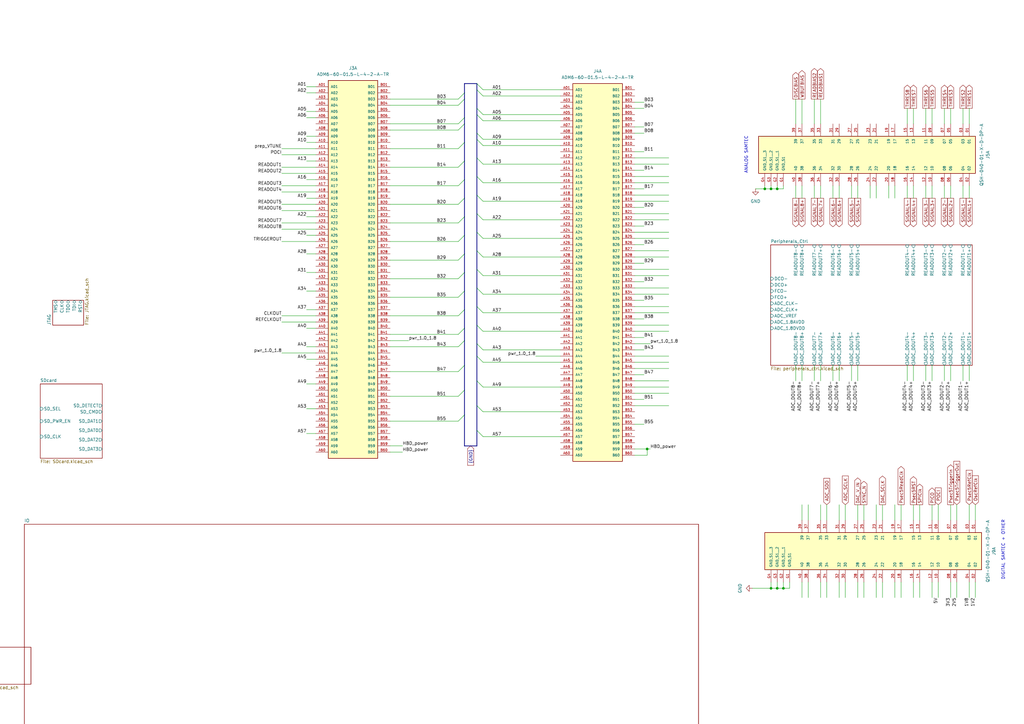
<source format=kicad_sch>
(kicad_sch (version 20231120) (generator "eeschema") (generator_version "8.0")
  (paper "A3")
  (bus_alias "" (members))
  (bus_alias "GND" (members "B60" "B55" "B51" "B47" "B43" "B42" "B41" "B38" "B35" "B32" "B29" "B26" "B23" "B20" "B17" "B14" "B11" "B08" "B07" "B04" "B03" "A57" "A53" "A49" "A45" "A43" "A40" "A37" "A34" "A31" "A28" "A25" "A22" "A19" "A16" "A13" "A10" "A09" "A06" "A05" "A02" "A01"))
  (junction (at 318.77 241.3))
  (junction (at 316.23 241.3))
  (junction (at 313.69 77.47))
  (junction (at 321.31 241.3))
  (junction (at 316.23 77.47))
  (junction (at 265.43 184.15))
  (junction (at 318.77 77.47))
  (bus_entry (at 190.5 127) (size -2.54 2.54))
  (bus_entry (at 195.58 125.73) (size 2.54 2.54))
  (bus_entry (at 195.58 95.25) (size 2.54 2.54))
  (bus_entry (at 195.58 72.39) (size 2.54 2.54))
  (bus_entry (at 190.5 96.52) (size -2.54 2.54))
  (bus_entry (at 190.5 104.14) (size -2.54 2.54))
  (bus_entry (at 195.58 54.61) (size 2.54 2.54))
  (bus_entry (at 195.58 80.01) (size 2.54 2.54))
  (bus_entry (at 190.5 139.7) (size -2.54 2.54))
  (bus_entry (at 190.5 50.8) (size -2.54 2.54))
  (bus_entry (at 190.5 119.38) (size -2.54 2.54))
  (bus_entry (at 195.58 133.35) (size 2.54 2.54))
  (bus_entry (at 195.58 44.45) (size 2.54 2.54))
  (bus_entry (at 190.5 149.86) (size -2.54 2.54))
  (bus_entry (at 195.58 156.21) (size 2.54 2.54))
  (bus_entry (at 190.5 160.02) (size -2.54 2.54))
  (bus_entry (at 190.5 170.18) (size -2.54 2.54))
  (bus_entry (at 190.5 88.9) (size -2.54 2.54))
  (bus_entry (at 195.58 46.99) (size 2.54 2.54))
  (bus_entry (at 195.58 34.29) (size 2.54 2.54))
  (bus_entry (at 190.5 73.66) (size -2.54 2.54))
  (bus_entry (at 195.58 64.77) (size 2.54 2.54))
  (bus_entry (at 190.5 66.04) (size -2.54 2.54))
  (bus_entry (at 195.58 166.37) (size 2.54 2.54))
  (bus_entry (at 190.5 111.76) (size -2.54 2.54))
  (bus_entry (at 195.58 87.63) (size 2.54 2.54))
  (bus_entry (at 190.5 81.28) (size -2.54 2.54))
  (bus_entry (at 190.5 38.1) (size -2.54 2.54))
  (bus_entry (at 195.58 36.83) (size 2.54 2.54))
  (bus_entry (at 195.58 118.11) (size 2.54 2.54))
  (bus_entry (at 195.58 57.15) (size 2.54 2.54))
  (bus_entry (at 190.5 134.62) (size -2.54 2.54))
  (bus_entry (at 195.58 110.49) (size 2.54 2.54))
  (bus_entry (at 190.5 58.42) (size -2.54 2.54))
  (bus_entry (at 195.58 140.97) (size 2.54 2.54))
  (bus_entry (at 190.5 40.64) (size -2.54 2.54))
  (bus_entry (at 195.58 176.53) (size 2.54 2.54))
  (bus_entry (at 195.58 146.05) (size 2.54 2.54))
  (bus_entry (at 195.58 102.87) (size 2.54 2.54))
  (bus_entry (at 190.5 48.26) (size -2.54 2.54))
  (wire (pts (xy 336.55 76.2) (xy 336.55 81.28)))
  (wire (pts (xy 115.57 129.54) (xy 129.54 129.54)))
  (wire (pts (xy 198.12 39.37) (xy 229.87 39.37)))
  (wire (pts (xy 328.93 50.8) (xy 328.93 40.64)))
  (wire (pts (xy 316.23 76.2) (xy 316.23 77.47)))
  (wire (pts (xy 260.35 82.55) (xy 274.32 82.55)))
  (bus (pts (xy 195.58 156.21) (xy 195.58 166.37)))
  (wire (pts (xy 341.63 76.2) (xy 341.63 81.28)))
  (wire (pts (xy 198.12 168.91) (xy 229.87 168.91)))
  (wire (pts (xy 260.35 44.45) (xy 264.16 44.45)))
  (wire (pts (xy 260.35 163.83) (xy 264.16 163.83)))
  (bus (pts (xy 190.5 119.38) (xy 190.5 127)))
  (wire (pts (xy 318.77 241.3) (xy 318.77 238.76)))
  (bus (pts (xy 195.58 133.35) (xy 195.58 140.97)))
  (wire (pts (xy 125.73 147.32) (xy 129.54 147.32)))
  (wire (pts (xy 198.12 105.41) (xy 229.87 105.41)))
  (wire (pts (xy 115.57 99.06) (xy 129.54 99.06)))
  (bus (pts (xy 195.58 54.61) (xy 195.58 57.15)))
  (wire (pts (xy 374.65 207.01) (xy 374.65 213.36)))
  (wire (pts (xy 265.43 184.15) (xy 266.7 184.15)))
  (wire (pts (xy 351.79 238.76) (xy 351.79 245.11)))
  (wire (pts (xy 160.02 121.92) (xy 187.96 121.92)))
  (wire (pts (xy 260.35 135.89) (xy 274.32 135.89)))
  (wire (pts (xy 160.02 60.96) (xy 187.96 60.96)))
  (wire (pts (xy 323.85 238.76) (xy 323.85 241.3)))
  (bus (pts (xy 195.58 34.29) (xy 195.58 36.83)))
  (wire (pts (xy 321.31 238.76) (xy 321.31 241.3)))
  (bus (pts (xy 190.5 88.9) (xy 190.5 96.52)))
  (wire (pts (xy 265.43 184.15) (xy 265.43 186.69)))
  (wire (pts (xy 389.89 238.76) (xy 389.89 245.11)))
  (wire (pts (xy 260.35 102.87) (xy 274.32 102.87)))
  (wire (pts (xy 384.81 238.76) (xy 384.81 245.11)))
  (wire (pts (xy 387.35 50.8) (xy 387.35 44.45)))
  (bus (pts (xy 195.58 44.45) (xy 195.58 46.99)))
  (wire (pts (xy 382.27 149.86) (xy 382.27 156.21)))
  (wire (pts (xy 160.02 172.72) (xy 187.96 172.72)))
  (wire (pts (xy 198.12 46.99) (xy 229.87 46.99)))
  (wire (pts (xy 160.02 137.16) (xy 187.96 137.16)))
  (wire (pts (xy 160.02 106.68) (xy 187.96 106.68)))
  (bus (pts (xy 190.5 38.1) (xy 190.5 40.64)))
  (wire (pts (xy 318.77 241.3) (xy 316.23 241.3)))
  (wire (pts (xy 198.12 143.51) (xy 229.87 143.51)))
  (wire (pts (xy 125.73 177.8) (xy 129.54 177.8)))
  (wire (pts (xy 198.12 179.07) (xy 229.87 179.07)))
  (wire (pts (xy 260.35 123.19) (xy 264.16 123.19)))
  (wire (pts (xy 125.73 167.64) (xy 129.54 167.64)))
  (wire (pts (xy 344.17 238.76) (xy 344.17 245.11)))
  (wire (pts (xy 260.35 148.59) (xy 274.32 148.59)))
  (bus (pts (xy 190.5 170.18) (xy 190.5 182.88)))
  (bus (pts (xy 190.5 139.7) (xy 190.5 149.86)))
  (wire (pts (xy 344.17 76.2) (xy 344.17 81.28)))
  (bus (pts (xy 190.5 111.76) (xy 190.5 119.38)))
  (wire (pts (xy 321.31 76.2) (xy 321.31 77.47)))
  (bus (pts (xy 190.5 66.04) (xy 190.5 73.66)))
  (wire (pts (xy 387.35 76.2) (xy 387.35 81.28)))
  (wire (pts (xy 198.12 113.03) (xy 229.87 113.03)))
  (wire (pts (xy 125.73 127) (xy 129.54 127)))
  (wire (pts (xy 160.02 76.2) (xy 187.96 76.2)))
  (wire (pts (xy 198.12 90.17) (xy 229.87 90.17)))
  (wire (pts (xy 125.73 142.24) (xy 129.54 142.24)))
  (wire (pts (xy 359.41 76.2) (xy 359.41 81.28)))
  (wire (pts (xy 260.35 120.65) (xy 274.32 120.65)))
  (wire (pts (xy 160.02 162.56) (xy 187.96 162.56)))
  (wire (pts (xy 321.31 241.3) (xy 318.77 241.3)))
  (wire (pts (xy 377.19 207.01) (xy 377.19 213.36)))
  (wire (pts (xy 125.73 35.56) (xy 129.54 35.56)))
  (wire (pts (xy 364.49 76.2) (xy 364.49 81.28)))
  (wire (pts (xy 125.73 88.9) (xy 129.54 88.9)))
  (wire (pts (xy 125.73 48.26) (xy 129.54 48.26)))
  (wire (pts (xy 125.73 45.72) (xy 129.54 45.72)))
  (wire (pts (xy 260.35 107.95) (xy 264.16 107.95)))
  (wire (pts (xy 219.71 146.05) (xy 229.87 146.05)))
  (wire (pts (xy 260.35 184.15) (xy 265.43 184.15)))
  (wire (pts (xy 160.02 129.54) (xy 187.96 129.54)))
  (wire (pts (xy 377.19 238.76) (xy 377.19 245.11)))
  (wire (pts (xy 125.73 58.42) (xy 129.54 58.42)))
  (wire (pts (xy 160.02 139.7) (xy 167.64 139.7)))
  (wire (pts (xy 374.65 50.8) (xy 374.65 44.45)))
  (wire (pts (xy 351.79 76.2) (xy 351.79 81.28)))
  (wire (pts (xy 379.73 76.2) (xy 379.73 81.28)))
  (wire (pts (xy 160.02 142.24) (xy 187.96 142.24)))
  (wire (pts (xy 115.57 91.44) (xy 129.54 91.44)))
  (wire (pts (xy 260.35 161.29) (xy 274.32 161.29)))
  (wire (pts (xy 125.73 96.52) (xy 129.54 96.52)))
  (wire (pts (xy 160.02 99.06) (xy 187.96 99.06)))
  (wire (pts (xy 394.97 76.2) (xy 394.97 81.28)))
  (bus (pts (xy 195.58 95.25) (xy 195.58 102.87)))
  (wire (pts (xy 382.27 76.2) (xy 382.27 81.28)))
  (wire (pts (xy 389.89 50.8) (xy 389.89 44.45)))
  (wire (pts (xy 115.57 60.96) (xy 129.54 60.96)))
  (wire (pts (xy 374.65 238.76) (xy 374.65 245.11)))
  (wire (pts (xy 260.35 166.37) (xy 274.32 166.37)))
  (wire (pts (xy 344.17 207.01) (xy 344.17 213.36)))
  (wire (pts (xy 334.01 50.8) (xy 334.01 40.64)))
  (wire (pts (xy 115.57 76.2) (xy 129.54 76.2)))
  (wire (pts (xy 160.02 83.82) (xy 187.96 83.82)))
  (wire (pts (xy 331.47 238.76) (xy 331.47 245.11)))
  (wire (pts (xy 346.71 207.01) (xy 346.71 213.36)))
  (wire (pts (xy 361.95 207.01) (xy 361.95 213.36)))
  (wire (pts (xy 379.73 149.86) (xy 379.73 156.21)))
  (wire (pts (xy 346.71 238.76) (xy 346.71 245.11)))
  (bus (pts (xy 190.5 127) (xy 190.5 134.62)))
  (wire (pts (xy 198.12 97.79) (xy 229.87 97.79)))
  (wire (pts (xy 316.23 238.76) (xy 316.23 241.3)))
  (wire (pts (xy 336.55 50.8) (xy 336.55 40.64)))
  (bus (pts (xy 195.58 166.37) (xy 195.58 176.53)))
  (wire (pts (xy 326.39 149.86) (xy 326.39 156.21)))
  (wire (pts (xy 198.12 128.27) (xy 229.87 128.27)))
  (wire (pts (xy 354.33 207.01) (xy 354.33 213.36)))
  (wire (pts (xy 260.35 140.97) (xy 266.7 140.97)))
  (wire (pts (xy 260.35 113.03) (xy 274.32 113.03)))
  (bus (pts (xy 190.5 134.62) (xy 190.5 139.7)))
  (bus (pts (xy 195.58 146.05) (xy 195.58 156.21)))
  (bus (pts (xy 195.58 36.83) (xy 195.58 44.45)))
  (bus (pts (xy 190.5 73.66) (xy 190.5 81.28)))
  (wire (pts (xy 316.23 241.3) (xy 308.61 241.3)))
  (wire (pts (xy 260.35 72.39) (xy 274.32 72.39)))
  (wire (pts (xy 367.03 207.01) (xy 367.03 213.36)))
  (wire (pts (xy 125.73 119.38) (xy 129.54 119.38)))
  (wire (pts (xy 260.35 105.41) (xy 274.32 105.41)))
  (wire (pts (xy 260.35 85.09) (xy 264.16 85.09)))
  (wire (pts (xy 260.35 52.07) (xy 264.16 52.07)))
  (bus (pts (xy 190.5 40.64) (xy 190.5 48.26)))
  (wire (pts (xy 260.35 110.49) (xy 274.32 110.49)))
  (wire (pts (xy 160.02 43.18) (xy 187.96 43.18)))
  (wire (pts (xy 260.35 54.61) (xy 264.16 54.61)))
  (bus (pts (xy 190.5 81.28) (xy 190.5 88.9)))
  (wire (pts (xy 125.73 38.1) (xy 129.54 38.1)))
  (wire (pts (xy 367.03 238.76) (xy 367.03 245.11)))
  (wire (pts (xy 392.43 238.76) (xy 392.43 245.11)))
  (wire (pts (xy 400.05 238.76) (xy 400.05 245.11)))
  (wire (pts (xy 198.12 158.75) (xy 229.87 158.75)))
  (wire (pts (xy 313.69 76.2) (xy 313.69 77.47)))
  (wire (pts (xy 260.35 90.17) (xy 274.32 90.17)))
  (wire (pts (xy 115.57 68.58) (xy 129.54 68.58)))
  (wire (pts (xy 260.35 130.81) (xy 264.16 130.81)))
  (wire (pts (xy 339.09 207.01) (xy 339.09 213.36)))
  (wire (pts (xy 318.77 76.2) (xy 318.77 77.47)))
  (wire (pts (xy 382.27 50.8) (xy 382.27 44.45)))
  (wire (pts (xy 260.35 153.67) (xy 264.16 153.67)))
  (wire (pts (xy 115.57 63.5) (xy 129.54 63.5)))
  (wire (pts (xy 115.57 83.82) (xy 129.54 83.82)))
  (wire (pts (xy 260.35 100.33) (xy 264.16 100.33)))
  (wire (pts (xy 160.02 185.42) (xy 165.1 185.42)))
  (wire (pts (xy 359.41 238.76) (xy 359.41 245.11)))
  (wire (pts (xy 397.51 238.76) (xy 397.51 245.11)))
  (wire (pts (xy 198.12 57.15) (xy 229.87 57.15)))
  (wire (pts (xy 125.73 81.28) (xy 129.54 81.28)))
  (bus (pts (xy 190.5 34.29) (xy 190.5 38.1)))
  (wire (pts (xy 323.85 241.3) (xy 321.31 241.3)))
  (wire (pts (xy 336.55 149.86) (xy 336.55 156.21)))
  (wire (pts (xy 260.35 125.73) (xy 274.32 125.73)))
  (wire (pts (xy 382.27 238.76) (xy 382.27 245.11)))
  (bus (pts (xy 190.5 160.02) (xy 190.5 170.18)))
  (wire (pts (xy 260.35 115.57) (xy 264.16 115.57)))
  (wire (pts (xy 198.12 59.69) (xy 229.87 59.69)))
  (wire (pts (xy 397.51 207.01) (xy 397.51 213.36)))
  (bus (pts (xy 190.5 149.86) (xy 190.5 160.02)))
  (wire (pts (xy 115.57 78.74) (xy 129.54 78.74)))
  (bus (pts (xy 195.58 110.49) (xy 195.58 118.11)))
  (wire (pts (xy 326.39 50.8) (xy 326.39 40.64)))
  (wire (pts (xy 265.43 186.69) (xy 260.35 186.69)))
  (bus (pts (xy 195.58 118.11) (xy 195.58 125.73)))
  (wire (pts (xy 260.35 62.23) (xy 264.16 62.23)))
  (wire (pts (xy 341.63 149.86) (xy 341.63 156.21)))
  (wire (pts (xy 115.57 144.78) (xy 129.54 144.78)))
  (wire (pts (xy 160.02 114.3) (xy 187.96 114.3)))
  (wire (pts (xy 379.73 50.8) (xy 379.73 44.45)))
  (wire (pts (xy 384.81 207.01) (xy 384.81 213.36)))
  (bus (pts (xy 195.58 102.87) (xy 195.58 110.49)))
  (bus (pts (xy 190.5 48.26) (xy 190.5 50.8)))
  (wire (pts (xy 389.89 76.2) (xy 389.89 81.28)))
  (wire (pts (xy 328.93 149.86) (xy 328.93 156.21)))
  (wire (pts (xy 336.55 207.01) (xy 336.55 213.36)))
  (wire (pts (xy 260.35 67.31) (xy 274.32 67.31)))
  (wire (pts (xy 394.97 149.86) (xy 394.97 156.21)))
  (wire (pts (xy 260.35 74.93) (xy 274.32 74.93)))
  (wire (pts (xy 198.12 148.59) (xy 229.87 148.59)))
  (wire (pts (xy 160.02 182.88) (xy 165.1 182.88)))
  (wire (pts (xy 356.87 76.2) (xy 356.87 81.28)))
  (wire (pts (xy 260.35 41.91) (xy 264.16 41.91)))
  (wire (pts (xy 326.39 76.2) (xy 326.39 81.28)))
  (wire (pts (xy 160.02 40.64) (xy 187.96 40.64)))
  (bus (pts (xy 195.58 87.63) (xy 195.58 95.25)))
  (wire (pts (xy 359.41 207.01) (xy 359.41 213.36)))
  (wire (pts (xy 374.65 76.2) (xy 374.65 81.28)))
  (wire (pts (xy 367.03 76.2) (xy 367.03 81.28)))
  (wire (pts (xy 125.73 134.62) (xy 129.54 134.62)))
  (wire (pts (xy 328.93 207.01) (xy 328.93 213.36)))
  (wire (pts (xy 351.79 207.01) (xy 351.79 213.36)))
  (wire (pts (xy 336.55 238.76) (xy 336.55 245.11)))
  (wire (pts (xy 328.93 76.2) (xy 328.93 81.28)))
  (wire (pts (xy 344.17 149.86) (xy 344.17 156.21)))
  (wire (pts (xy 369.57 238.76) (xy 369.57 245.11)))
  (wire (pts (xy 198.12 74.93) (xy 229.87 74.93)))
  (bus (pts (xy 195.58 72.39) (xy 195.58 80.01)))
  (wire (pts (xy 260.35 80.01) (xy 274.32 80.01)))
  (wire (pts (xy 198.12 135.89) (xy 229.87 135.89)))
  (bus (pts (xy 190.5 58.42) (xy 190.5 66.04)))
  (wire (pts (xy 115.57 71.12) (xy 129.54 71.12)))
  (wire (pts (xy 260.35 92.71) (xy 264.16 92.71)))
  (wire (pts (xy 125.73 73.66) (xy 129.54 73.66)))
  (bus (pts (xy 195.58 80.01) (xy 195.58 87.63)))
  (wire (pts (xy 389.89 149.86) (xy 389.89 156.21)))
  (wire (pts (xy 260.35 118.11) (xy 274.32 118.11)))
  (wire (pts (xy 372.11 149.86) (xy 372.11 156.21)))
  (wire (pts (xy 260.35 138.43) (xy 264.16 138.43)))
  (wire (pts (xy 309.88 77.47) (xy 313.69 77.47)))
  (wire (pts (xy 334.01 76.2) (xy 334.01 81.28)))
  (wire (pts (xy 160.02 91.44) (xy 187.96 91.44)))
  (wire (pts (xy 372.11 50.8) (xy 372.11 44.45)))
  (wire (pts (xy 354.33 238.76) (xy 354.33 245.11)))
  (bus (pts (xy 190.5 182.88) (xy 195.58 182.88)))
  (wire (pts (xy 160.02 50.8) (xy 187.96 50.8)))
  (wire (pts (xy 397.51 76.2) (xy 397.51 81.28)))
  (wire (pts (xy 397.51 149.86) (xy 397.51 156.21)))
  (bus (pts (xy 195.58 176.53) (xy 195.58 182.88)))
  (wire (pts (xy 260.35 156.21) (xy 274.32 156.21)))
  (wire (pts (xy 400.05 207.01) (xy 400.05 213.36)))
  (wire (pts (xy 160.02 68.58) (xy 187.96 68.58)))
  (wire (pts (xy 198.12 82.55) (xy 229.87 82.55)))
  (bus (pts (xy 190.5 34.29) (xy 195.58 34.29)))
  (wire (pts (xy 372.11 76.2) (xy 372.11 81.28)))
  (wire (pts (xy 260.35 97.79) (xy 274.32 97.79)))
  (wire (pts (xy 198.12 36.83) (xy 229.87 36.83)))
  (wire (pts (xy 349.25 149.86) (xy 349.25 156.21)))
  (bus (pts (xy 195.58 64.77) (xy 195.58 72.39)))
  (bus (pts (xy 190.5 96.52) (xy 190.5 104.14)))
  (wire (pts (xy 260.35 133.35) (xy 274.32 133.35)))
  (wire (pts (xy 260.35 143.51) (xy 264.16 143.51)))
  (wire (pts (xy 125.73 66.04) (xy 129.54 66.04)))
  (wire (pts (xy 115.57 93.98) (xy 129.54 93.98)))
  (bus (pts (xy 190.5 50.8) (xy 190.5 58.42)))
  (wire (pts (xy 125.73 55.88) (xy 129.54 55.88)))
  (bus (pts (xy 190.5 104.14) (xy 190.5 111.76)))
  (wire (pts (xy 369.57 207.01) (xy 369.57 213.36)))
  (wire (pts (xy 125.73 104.14) (xy 129.54 104.14)))
  (wire (pts (xy 260.35 146.05) (xy 274.32 146.05)))
  (bus (pts (xy 195.58 57.15) (xy 195.58 64.77)))
  (wire (pts (xy 260.35 128.27) (xy 274.32 128.27)))
  (wire (pts (xy 198.12 67.31) (xy 229.87 67.31)))
  (wire (pts (xy 260.35 64.77) (xy 274.32 64.77)))
  (bus (pts (xy 195.58 46.99) (xy 195.58 54.61)))
  (wire (pts (xy 125.73 157.48) (xy 129.54 157.48)))
  (wire (pts (xy 160.02 152.4) (xy 187.96 152.4)))
  (wire (pts (xy 361.95 238.76) (xy 361.95 245.11)))
  (wire (pts (xy 115.57 86.36) (xy 129.54 86.36)))
  (wire (pts (xy 374.65 149.86) (xy 374.65 156.21)))
  (wire (pts (xy 382.27 207.01) (xy 382.27 213.36)))
  (wire (pts (xy 260.35 151.13) (xy 274.32 151.13)))
  (wire (pts (xy 260.35 77.47) (xy 264.16 77.47)))
  (wire (pts (xy 260.35 87.63) (xy 274.32 87.63)))
  (wire (pts (xy 318.77 77.47) (xy 321.31 77.47)))
  (wire (pts (xy 328.93 238.76) (xy 328.93 245.11)))
  (wire (pts (xy 397.51 50.8) (xy 397.51 44.45)))
  (wire (pts (xy 313.69 77.47) (xy 316.23 77.47)))
  (wire (pts (xy 160.02 53.34) (xy 187.96 53.34)))
  (wire (pts (xy 316.23 77.47) (xy 318.77 77.47)))
  (wire (pts (xy 260.35 158.75) (xy 274.32 158.75)))
  (wire (pts (xy 351.79 149.86) (xy 351.79 156.21)))
  (wire (pts (xy 331.47 207.01) (xy 331.47 213.36)))
  (wire (pts (xy 260.35 173.99) (xy 264.16 173.99)))
  (wire (pts (xy 334.01 149.86) (xy 334.01 156.21)))
  (wire (pts (xy 260.35 69.85) (xy 264.16 69.85)))
  (wire (pts (xy 198.12 120.65) (xy 229.87 120.65)))
  (wire (pts (xy 389.89 207.01) (xy 389.89 213.36)))
  (wire (pts (xy 260.35 95.25) (xy 274.32 95.25)))
  (wire (pts (xy 125.73 111.76) (xy 129.54 111.76)))
  (wire (pts (xy 198.12 49.53) (xy 229.87 49.53)))
  (wire (pts (xy 387.35 149.86) (xy 387.35 156.21)))
  (bus (pts (xy 195.58 125.73) (xy 195.58 133.35)))
  (wire (pts (xy 115.57 132.08) (xy 129.54 132.08)))
  (wire (pts (xy 394.97 50.8) (xy 394.97 44.45)))
  (wire (pts (xy 339.09 238.76) (xy 339.09 245.11)))
  (bus (pts (xy 195.58 140.97) (xy 195.58 146.05)))
  (wire (pts (xy 392.43 207.01) (xy 392.43 213.36)))
  (wire (pts (xy 349.25 76.2) (xy 349.25 81.28)))
  (text "ANALOG SAMTEC" (at 306.07 63.5 90) (effects (font (size 1.27 1.27))))
  (text "DIGITAL SAMTEC + OTHER" (at 411.48 225.552 90) (effects (font (size 1.27 1.27))))
  (label "2V5" (at 392.43 245.11 270))
  (label "A53" (at 125.73 167.64 180))
  (label "B08" (at 179.07 53.34 0))
  (label "A34" (at 125.73 119.38 180))
  (label "A09" (at 125.73 55.88 180))
  (label "pwr_1.0_1.8" (at 266.7 140.97 0))
  (label "A43" (at 201.93 143.51 0))
  (label "1V2" (at 400.05 245.11 270))
  (label "B07" (at 264.16 52.07 0))
  (label "A25" (at 125.73 96.52 180))
  (label "A49" (at 125.73 157.48 180))
  (label "B43" (at 179.07 142.24 0))
  (label "A37" (at 125.73 127 180))
  (label "B29" (at 264.16 107.95 0))
  (label "A06" (at 125.73 48.26 180))
  (label "pwr_1.0_1.8" (at 115.57 144.78 180))
  (label "A02" (at 201.93 39.37 0))
  (label "A16" (at 201.93 74.93 0))
  (label "B38" (at 264.16 130.81 0))
  (label "A49" (at 201.93 158.75 0))
  (label "A01" (at 201.93 36.83 0))
  (label "A06" (at 201.93 49.53 0))
  (label "A40" (at 125.73 134.62 180))
  (label "ADC_DOUT1+" (at 397.51 156.21 270))
  (label "A31" (at 125.73 111.76 180))
  (label "B04" (at 264.16 44.45 0))
  (label "READOUT2" (at 115.57 71.12 180))
  (label "B14" (at 264.16 69.85 0))
  (label "A43" (at 125.73 142.24 180))
  (label "B14" (at 179.07 68.58 0))
  (label "B43" (at 264.16 143.51 0))
  (label "B03" (at 179.07 40.64 0))
  (label "A45" (at 201.93 148.59 0))
  (label "CLKOUT" (at 115.57 129.54 180))
  (label "ADC_DOUT7-" (at 334.01 156.21 270))
  (label "A10" (at 125.73 58.42 180))
  (label "B17" (at 179.07 76.2 0))
  (label "B35" (at 264.16 123.19 0))
  (label "B29" (at 179.07 106.68 0))
  (label "A53" (at 201.93 168.91 0))
  (label "ADC_DOUT7+" (at 336.55 156.21 270))
  (label "A31" (at 201.93 113.03 0))
  (label "B20" (at 264.16 85.09 0))
  (label "ADC_DOUT4-" (at 372.11 156.21 270))
  (label "B51" (at 264.16 163.83 0))
  (label "B32" (at 264.16 115.57 0))
  (label "A01" (at 125.73 35.56 180))
  (label "B11" (at 264.16 62.23 0))
  (label "B47" (at 179.07 152.4 0))
  (label "B23" (at 264.16 92.71 0))
  (label "ADC_DOUT5+" (at 351.79 156.21 270))
  (label "A40" (at 201.93 135.89 0))
  (label "TRIGGEROUT" (at 115.57 99.06 180))
  (label "B08" (at 264.16 54.61 0))
  (label "A25" (at 201.93 97.79 0))
  (label "ADC_DOUT6-" (at 341.63 156.21 270))
  (label "A57" (at 201.93 179.07 0))
  (label "ADC_DOUT2+" (at 389.89 156.21 270))
  (label "B47" (at 264.16 153.67 0))
  (label "B26" (at 264.16 100.33 0))
  (label "HBD_power" (at 165.1 182.88 0))
  (label "ADC_DOUT8+" (at 328.93 156.21 270))
  (label "ADC_DOUT4+" (at 374.65 156.21 270))
  (label "A16" (at 125.73 73.66 180))
  (label "READOUT8" (at 115.57 93.98 180))
  (label "B35" (at 179.07 121.92 0))
  (label "ADC_DOUT3+" (at 382.27 156.21 270))
  (label "B41" (at 264.16 138.43 0))
  (label "READOUT5" (at 115.57 83.82 180))
  (label "ADC_DOUT3-" (at 379.73 156.21 270))
  (label "A37" (at 201.93 128.27 0))
  (label "1V8" (at 397.51 245.11 270))
  (label "REFCLKOUT" (at 115.57 132.08 180))
  (label "B23" (at 179.07 91.44 0))
  (label "A45" (at 125.73 147.32 180))
  (label "A05" (at 201.93 46.99 0))
  (label "A10" (at 201.93 59.69 0))
  (label "B38" (at 179.07 129.54 0))
  (label "POCI" (at 115.57 63.5 180))
  (label "ADC_DOUT6+" (at 344.17 156.21 270))
  (label "pwr_1.0_1.8" (at 167.64 139.7 0))
  (label "B20" (at 179.07 83.82 0))
  (label "A02" (at 125.73 38.1 180))
  (label "A09" (at 201.93 57.15 0))
  (label "3V3" (at 389.89 245.11 270))
  (label "READOUT3" (at 115.57 76.2 180))
  (label "B26" (at 179.07 99.06 0))
  (label "A13" (at 201.93 67.31 0))
  (label "B55" (at 264.16 173.99 0))
  (label "B55" (at 179.07 172.72 0))
  (label "ADC_DOUT1-" (at 394.97 156.21 270))
  (label "HBD_power" (at 266.7 184.15 0))
  (label "A22" (at 201.93 90.17 0))
  (label "B41" (at 179.07 137.16 0))
  (label "ADC_DOUT8-" (at 326.39 156.21 270))
  (label "A13" (at 125.73 66.04 180))
  (label "B32" (at 179.07 114.3 0))
  (label "A19" (at 125.73 81.28 180))
  (label "A05" (at 125.73 45.72 180))
  (label "ADC_DOUT5-" (at 349.25 156.21 270))
  (label "B07" (at 179.07 50.8 0))
  (label "READOUT1" (at 115.57 68.58 180))
  (label "B11" (at 179.07 60.96 0))
  (label "B04" (at 179.07 43.18 0))
  (label "READOUT7" (at 115.57 91.44 180))
  (label "5V" (at 384.81 245.11 270))
  (label "A34" (at 201.93 120.65 0))
  (label "A57" (at 125.73 177.8 180))
  (label "B03" (at 264.16 41.91 0))
  (label "B51" (at 179.07 162.56 0))
  (label "READOUT4" (at 115.57 78.74 180))
  (label "A28" (at 125.73 104.14 180))
  (label "A19" (at 201.93 82.55 0))
  (label "B17" (at 264.16 77.47 0))
  (label "A22" (at 125.73 88.9 180))
  (label "ADC_DOUT2-" (at 387.35 156.21 270))
  (label "HBD_power" (at 165.1 185.42 0))
  (label "A28" (at 201.93 105.41 0))
  (label "pwr_1.0_1.8" (at 219.71 146.05 180))
  (label "READOUT6" (at 115.57 86.36 180))
  (label "prep_VTUNE" (at 115.57 60.96 180))
  (global_label "SIGNAL4+" (shape output) (at 374.65 81.28 270) (property "Intersheetrefs" "${INTERSHEET_REFS}" (effects (hide yes))))
  (global_label "PICO" (shape output) (at 382.27 207.01 90) (property "Intersheetrefs" "${INTERSHEET_REFS}" (effects (hide yes))))
  (global_label "ADC_SCLK" (shape input) (at 346.71 207.01 90) (property "Intersheetrefs" "${INTERSHEET_REFS}" (effects (hide yes))))
  (global_label "Psec5ReadClk" (shape output) (at 369.57 207.01 90) (property "Intersheetrefs" "${INTERSHEET_REFS}" (effects (hide yes))))
  (global_label "Psec5RefClk" (shape input) (at 397.51 207.01 90) (property "Intersheetrefs" "${INTERSHEET_REFS}" (effects (hide yes))))
  (global_label "THRES5" (shape output) (at 382.27 44.45 90) (property "Intersheetrefs" "${INTERSHEET_REFS}" (effects (hide yes))))
  (global_label "SIGNAL8+" (shape output) (at 328.93 81.28 270) (property "Intersheetrefs" "${INTERSHEET_REFS}" (effects (hide yes))))
  (global_label "THRES4" (shape output) (at 387.35 44.45 90) (property "Intersheetrefs" "${INTERSHEET_REFS}" (effects (hide yes))))
  (global_label "SYNC_N" (shape output) (at 354.33 207.01 90) (property "Intersheetrefs" "${INTERSHEET_REFS}" (effects (hide yes))))
  (global_label "THRES6" (shape output) (at 379.73 44.45 90) (property "Intersheetrefs" "${INTERSHEET_REFS}" (effects (hide yes))))
  (global_label "{GND}" (shape input) (at 193.04 182.88 270) (property "Intersheetrefs" "${INTERSHEET_REFS}" (effects (hide yes))))
  (global_label "DAC_SCLK" (shape output) (at 361.95 207.01 90) (property "Intersheetrefs" "${INTERSHEET_REFS}" (effects (hide yes))))
  (global_label "SIGNAL6+" (shape output) (at 344.17 81.28 270) (property "Intersheetrefs" "${INTERSHEET_REFS}" (effects (hide yes))))
  (global_label "Psec5TriggerIn" (shape output) (at 389.89 207.01 90) (property "Intersheetrefs" "${INTERSHEET_REFS}" (effects (hide yes))))
  (global_label "SIGNAL8-" (shape output) (at 326.39 81.28 270) (property "Intersheetrefs" "${INTERSHEET_REFS}" (effects (hide yes))))
  (global_label "THRES1" (shape output) (at 397.51 44.45 90) (property "Intersheetrefs" "${INTERSHEET_REFS}" (effects (hide yes))))
  (global_label "SIGNAL7+" (shape output) (at 336.55 81.28 270) (property "Intersheetrefs" "${INTERSHEET_REFS}" (effects (hide yes))))
  (global_label "ADC_SDO" (shape input) (at 339.09 207.01 90) (property "Intersheetrefs" "${INTERSHEET_REFS}" (effects (hide yes))))
  (global_label "Psec5RST" (shape output) (at 374.65 207.01 90) (property "Intersheetrefs" "${INTERSHEET_REFS}" (effects (hide yes))))
  (global_label "SIGNAL6-" (shape output) (at 341.63 81.28 270) (property "Intersheetrefs" "${INTERSHEET_REFS}" (effects (hide yes))))
  (global_label "THRES7" (shape output) (at 374.65 44.45 90) (property "Intersheetrefs" "${INTERSHEET_REFS}" (effects (hide yes))))
  (global_label "SIGNAL1-" (shape output) (at 394.97 81.28 270) (property "Intersheetrefs" "${INTERSHEET_REFS}" (effects (hide yes))))
  (global_label "DAC_V_IN" (shape output) (at 351.79 207.01 90) (property "Intersheetrefs" "${INTERSHEET_REFS}" (effects (hide yes))))
  (global_label "SIGNAL4-" (shape output) (at 372.11 81.28 270) (property "Intersheetrefs" "${INTERSHEET_REFS}" (effects (hide yes))))
  (global_label "SIGNAL1+" (shape output) (at 397.51 81.28 270) (property "Intersheetrefs" "${INTERSHEET_REFS}" (effects (hide yes))))
  (global_label "THRES2" (shape output) (at 394.97 44.45 90) (property "Intersheetrefs" "${INTERSHEET_REFS}" (effects (hide yes))))
  (global_label "WBUFBIAS" (shape output) (at 328.93 40.64 90) (property "Intersheetrefs" "${INTERSHEET_REFS}" (effects (hide yes))))
  (global_label "READBIAS1" (shape output) (at 336.55 40.64 90) (property "Intersheetrefs" "${INTERSHEET_REFS}" (effects (hide yes))))
  (global_label "SIGNAL7-" (shape output) (at 334.01 81.28 270) (property "Intersheetrefs" "${INTERSHEET_REFS}" (effects (hide yes))))
  (global_label "SPIClk" (shape output) (at 377.19 207.01 90) (property "Intersheetrefs" "${INTERSHEET_REFS}" (effects (hide yes))))
  (global_label "OscRefClk" (shape input) (at 400.05 207.01 90) (property "Intersheetrefs" "${INTERSHEET_REFS}" (effects (hide yes))))
  (global_label "SIGNAL3-" (shape output) (at 379.73 81.28 270) (property "Intersheetrefs" "${INTERSHEET_REFS}" (effects (hide yes))))
  (global_label "Psec5TriggerOut" (shape input) (at 392.43 207.01 90) (property "Intersheetrefs" "${INTERSHEET_REFS}" (effects (hide yes))))
  (global_label "THRES3" (shape output) (at 389.89 44.45 90) (property "Intersheetrefs" "${INTERSHEET_REFS}" (effects (hide yes))))
  (global_label "READBIAS2" (shape output) (at 334.01 40.64 90) (property "Intersheetrefs" "${INTERSHEET_REFS}" (effects (hide yes))))
  (global_label "SIGNAL5+" (shape output) (at 351.79 81.28 270) (property "Intersheetrefs" "${INTERSHEET_REFS}" (effects (hide yes))))
  (global_label "SIGNAL3+" (shape output) (at 382.27 81.28 270) (property "Intersheetrefs" "${INTERSHEET_REFS}" (effects (hide yes))))
  (global_label "SIGNAL5-" (shape output) (at 349.25 81.28 270) (property "Intersheetrefs" "${INTERSHEET_REFS}" (effects (hide yes))))
  (global_label "SIGNAL2+" (shape output) (at 389.89 81.28 270) (property "Intersheetrefs" "${INTERSHEET_REFS}" (effects (hide yes))))
  (global_label "THRES8" (shape output) (at 372.11 44.45 90) (property "Intersheetrefs" "${INTERSHEET_REFS}" (effects (hide yes))))
  (global_label "POCI" (shape input) (at 384.81 207.01 90) (property "Intersheetrefs" "${INTERSHEET_REFS}" (effects (hide yes))))
  (global_label "DISCBIAS" (shape output) (at 326.39 40.64 90) (property "Intersheetrefs" "${INTERSHEET_REFS}" (effects (hide yes))))
  (global_label "SIGNAL2-" (shape output) (at 387.35 81.28 270) (property "Intersheetrefs" "${INTERSHEET_REFS}" (effects (hide yes))))
  (symbol (lib_id "power:GND") (at 308.61 241.3 270) (unit 1)
    (property "Reference" "#PWR01" (effects (hide yes)))
    (property "Value" "GND" (at 303.53 241.3 0))
    (property "Description" "Power symbol creates a global label with name \"GND\" , ground" (effects (hide yes)))
  )
  (symbol (lib_id "PSEC5_ctrlbd:ADM6-60-01.5-L-4-2-A-TR") (at 245.11 110.49 0) (unit 1)
    (property "Reference" "J4" (at 245.11 29.21 0))
    (property "Value" "ADM6-60-01.5-L-4-2-A-TR" (at 245.11 31.75 0))
    (property "Footprint" "ADM6-60-01.5-L-4-2-A-TR:SAMTEC_ADM6-60-01.5-L-4-2-A-TR" (effects (hide yes)))
    (property "PARTREV" "7" (effects (hide yes)))
    (property "MANUFACTURER" "Samtec" (effects (hide yes)))
    (property "MAXIMUM_PACKAGE_HEIGHT" "4.1mm" (effects (hide yes)))
    (property "STANDARD" "Manufacturer Recommendations" (effects (hide yes)))
  )
  (symbol (lib_id "PSEC5_ctrlbd:QSH-040-01-X-D-DP-A") (at 361.95 226.06 270) (unit 1)
    (property "Reference" "J9" (at 407.67 226.06 0))
    (property "Value" "QSH-040-01-X-D-DP-A" (at 405.13 226.06 0))
    (property "Footprint" "QSH-040-01-X-D-DP-A:SAMTEC_QSH-040-01-X-D-DP-A" (effects (hide yes)))
    (property "PARTREV" "M" (effects (hide yes)))
    (property "STANDARD" "Manufacturer Recommendations" (effects (hide yes)))
    (property "MAXIMUM_PACKAGE_HEIGHT" "3.327mm" (effects (hide yes)))
    (property "MANUFACTURER" "Samtec" (effects (hide yes)))
  )
  (symbol (lib_id "power:GND") (at 309.88 77.47 0) (unit 1)
    (property "Reference" "#PWR037" (effects (hide yes)))
    (property "Value" "GND" (at 309.88 82.55 0))
    (property "Description" "Power symbol creates a global label with name \"GND\" , ground" (effects (hide yes)))
  )
  (symbol (lib_id "PSEC5_ctrlbd:QSH-040-01-X-D-DP-A") (at 359.41 63.5 270) (unit 1)
    (property "Reference" "J5" (at 405.13 63.5 0))
    (property "Value" "QSH-040-01-X-D-DP-A" (at 402.59 63.5 0))
    (property "Footprint" "QSH-040-01-X-D-DP-A:SAMTEC_QSH-040-01-X-D-DP-A" (effects (hide yes)))
    (property "PARTREV" "M" (effects (hide yes)))
    (property "STANDARD" "Manufacturer Recommendations" (effects (hide yes)))
    (property "MAXIMUM_PACKAGE_HEIGHT" "3.327mm" (effects (hide yes)))
    (property "MANUFACTURER" "Samtec" (effects (hide yes)))
  )
  (symbol (lib_id "PSEC5_ctrlbd:ADM6-60-01.5-L-4-2-A-TR") (at 144.78 109.22 0) (unit 1)
    (property "Reference" "J3" (at 144.78 27.94 0))
    (property "Value" "ADM6-60-01.5-L-4-2-A-TR" (at 144.78 30.48 0))
    (property "Footprint" "ADM6-60-01.5-L-4-2-A-TR:SAMTEC_ADM6-60-01.5-L-4-2-A-TR" (effects (hide yes)))
    (property "PARTREV" "7" (effects (hide yes)))
    (property "MANUFACTURER" "Samtec" (effects (hide yes)))
    (property "MAXIMUM_PACKAGE_HEIGHT" "4.1mm" (effects (hide yes)))
    (property "STANDARD" "Manufacturer Recommendations" (effects (hide yes)))
  )
  (sheet (at -17.78 265.43) (size 30.48 15.24) (stroke (width 0.1524))
    (property "Sheetname" "samtectest" (at -17.78 264.7184 0) (effects (justify left bottom)))
    (property "Sheetfile" "samtectest.kicad_sch" (at -17.78 281.2546 0) (effects (justify left top)))
  )
  (sheet (at 316.07 100.44) (size 82.71 49.42) (stroke (width 0.1524))
    (property "Sheetname" "Peripherals_Ctrl" (at 316.07 99.7284 0) (effects (justify left bottom)))
    (property "Sheetfile" "peripherals_ctrl.kicad_sch" (at 316.07 150.4446 0) (effects (justify left top)))
    (pin "ADC_1.8DVDD" input (at 316.07 134.62 180))
    (pin "ADC_CLK+" input (at 316.07 127 180))
    (pin "ADC_1.8AVDD" input (at 316.07 132.08 180))
    (pin "ADC_CLK-" input (at 316.07 124.46 180))
    (pin "FCO+" input (at 316.07 121.92 180))
    (pin "FCO-" input (at 316.07 119.38 180))
    (pin "DCO+" input (at 316.07 116.84 180))
    (pin "DCO-" input (at 316.07 114.3 180))
    (pin "READOUT7+" input (at 336.55 100.44 90))
    (pin "READOUT2+" input (at 389.89 100.44 90))
    (pin "READOUT5+" input (at 351.79 100.44 90))
    (pin "READOUT2-" input (at 387.35 100.44 90))
    (pin "READOUT3+" input (at 382.27 100.44 90))
    (pin "READOUT1-" input (at 394.97 100.44 90))
    (pin "ADC_DOUT1-" output (at 394.97 149.86 270))
    (pin "ADC_DOUT2+" output (at 389.89 149.86 270))
    (pin "ADC_DOUT2-" output (at 387.35 149.86 270))
    (pin "ADC_DOUT3+" output (at 382.27 149.86 270))
    (pin "ADC_DOUT3-" output (at 379.73 149.86 270))
    (pin "ADC_DOUT5+" output (at 351.79 149.86 270))
    (pin "ADC_DOUT4+" output (at 374.65 149.86 270))
    (pin "ADC_DOUT4-" output (at 372.11 149.86 270))
    (pin "ADC_DOUT5-" output (at 349.25 149.86 270))
    (pin "ADC_DOUT8+" output (at 328.93 149.86 270))
    (pin "ADC_DOUT7-" output (at 334.01 149.86 270))
    (pin "ADC_DOUT7+" output (at 336.55 149.86 270))
    (pin "ADC_DOUT6+" output (at 344.17 149.86 270))
    (pin "ADC_DOUT6-" output (at 341.63 149.86 270))
    (pin "ADC_DOUT1+" output (at 397.51 149.86 270))
    (pin "ADC_DOUT8-" output (at 326.39 149.86 270))
    (pin "ADC_VREF" input (at 316.07 129.54 180))
    (pin "READOUT1+" input (at 397.51 100.44 90))
    (pin "READOUT8+" input (at 328.93 100.44 90))
    (pin "READOUT5-" input (at 349.25 100.44 90))
    (pin "READOUT4+" input (at 374.65 100.44 90))
    (pin "READOUT4-" input (at 372.11 100.44 90))
    (pin "READOUT6+" input (at 344.17 100.44 90))
    (pin "READOUT6-" input (at 341.63 100.44 90))
    (pin "READOUT7-" input (at 334.01 100.44 90))
    (pin "READOUT3-" input (at 379.73 100.44 90))
    (pin "READOUT8-" input (at 326.39 100.44 90))
  )
  (sheet (at -140.97 222.25) (size 86.36 40.64) (stroke (width 0.1524))
    (property "Sheetname" "adcdac" (at -140.97 221.5384 0) (effects (justify left bottom)))
    (property "Sheetfile" "adccad.kicad_sch" (at -140.97 263.4746 0) (effects (justify left top)))
  )
  (sheet (at 10 215) (size 276.5 170.5) (stroke (width 0.1524))
    (property "Sheetname" "IO" (at 10 214.2884 0) (effects (justify left bottom)))
    (property "Sheetfile" "untitled.kicad_sch" (at 10 386.0846 0) (effects (justify left top)))
  )
  (sheet (at 650.24 119.38) (size 58.42 48.26) (stroke (width 0.1524))
    (property "Sheetname" "ethernet" (at 650.24 118.6684 0) (effects (justify left bottom)))
    (property "Sheetfile" "ethernet.kicad_sch" (at 650.24 168.2246 0) (effects (justify left top)))
  )
  (sheet (at 16.51 157.48) (size 25.4 30.48) (stroke (width 0.1524))
    (property "Sheetname" "SDcard" (at 16.51 156.7684 0) (effects (justify left bottom)))
    (property "Sheetfile" "SDcard.kicad_sch" (at 16.51 188.5446 0) (effects (justify left top)))
    (pin "SD_DETECT" output (at 41.91 166.37 0))
    (pin "SD_CMD" output (at 41.91 168.91 0))
    (pin "SD_PWR_EN" input (at 16.51 172.72 180))
    (pin "SD_CLK" input (at 16.51 179.07 180))
    (pin "SD_SEL" input (at 16.51 167.64 180))
    (pin "SD_DAT0" output (at 41.91 176.53 0))
    (pin "SD_DAT1" output (at 41.91 172.72 0))
    (pin "SD_DAT2" output (at 41.91 180.34 0))
    (pin "SD_DAT3" output (at 41.91 184.15 0))
  )
  (sheet (at 461.01 240.03) (size 48.26 40.64) (stroke (width 0.1524))
    (property "Sheetname" "USB-UART" (at 461.01 239.3184 0) (effects (justify left bottom)))
    (property "Sheetfile" "USBUART.kicad_sch" (at 461.01 281.2546 0) (effects (justify left top)))
  )
  (sheet (at 21.59 123.19) (size 12.7 10.16) (stroke (width 0.1524))
    (property "Sheetname" "JTAG" (at 20.8784 133.35 90) (effects (justify left bottom)))
    (property "Sheetfile" "JTAG.kicad_sch" (at 34.8746 133.35 90) (effects (justify left top)))
    (pin "TDI" bidirectional (at 30.48 123.19 90))
    (pin "RST" bidirectional (at 33.02 123.19 90))
    (pin "TDO" bidirectional (at 27.94 123.19 90))
    (pin "CLK" bidirectional (at 25.4 123.19 90))
    (pin "TMS" bidirectional (at 22.86 123.19 90))
  )
)
</source>
